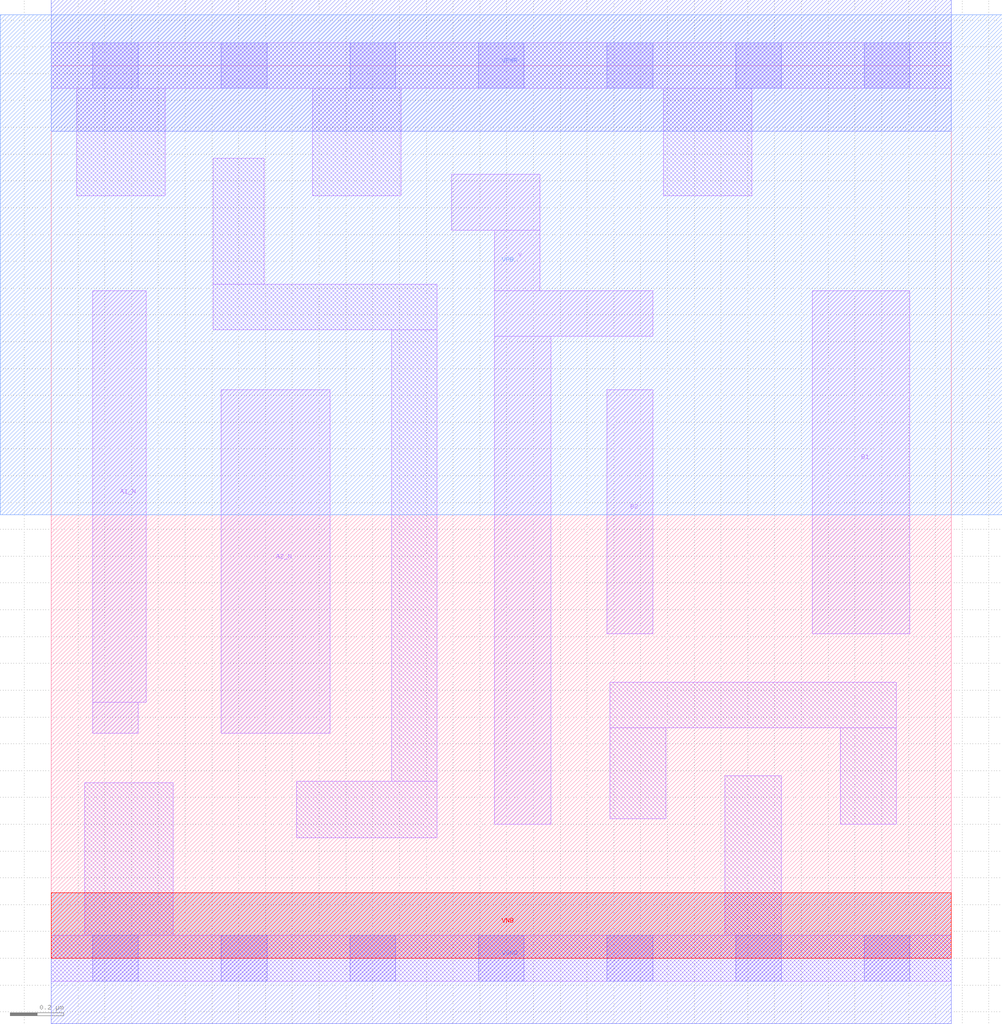
<source format=lef>
# Copyright 2020 The SkyWater PDK Authors
#
# Licensed under the Apache License, Version 2.0 (the "License");
# you may not use this file except in compliance with the License.
# You may obtain a copy of the License at
#
#     https://www.apache.org/licenses/LICENSE-2.0
#
# Unless required by applicable law or agreed to in writing, software
# distributed under the License is distributed on an "AS IS" BASIS,
# WITHOUT WARRANTIES OR CONDITIONS OF ANY KIND, either express or implied.
# See the License for the specific language governing permissions and
# limitations under the License.
#
# SPDX-License-Identifier: Apache-2.0

VERSION 5.7 ;
  NOWIREEXTENSIONATPIN ON ;
  DIVIDERCHAR "/" ;
  BUSBITCHARS "[]" ;
MACRO sky130_fd_sc_lp__o2bb2ai_m
  CLASS CORE ;
  FOREIGN sky130_fd_sc_lp__o2bb2ai_m ;
  ORIGIN  0.000000  0.000000 ;
  SIZE  3.360000 BY  3.330000 ;
  SYMMETRY X Y R90 ;
  SITE unit ;
  PIN A1_N
    ANTENNAGATEAREA  0.126000 ;
    DIRECTION INPUT ;
    USE SIGNAL ;
    PORT
      LAYER li1 ;
        RECT 0.155000 0.840000 0.325000 0.955000 ;
        RECT 0.155000 0.955000 0.355000 2.490000 ;
    END
  END A1_N
  PIN A2_N
    ANTENNAGATEAREA  0.126000 ;
    DIRECTION INPUT ;
    USE SIGNAL ;
    PORT
      LAYER li1 ;
        RECT 0.635000 0.840000 1.040000 2.120000 ;
    END
  END A2_N
  PIN B1
    ANTENNAGATEAREA  0.126000 ;
    DIRECTION INPUT ;
    USE SIGNAL ;
    PORT
      LAYER li1 ;
        RECT 2.840000 1.210000 3.205000 2.490000 ;
    END
  END B1
  PIN B2
    ANTENNAGATEAREA  0.126000 ;
    DIRECTION INPUT ;
    USE SIGNAL ;
    PORT
      LAYER li1 ;
        RECT 2.075000 1.210000 2.245000 2.120000 ;
    END
  END B2
  PIN Y
    ANTENNADIFFAREA  0.228900 ;
    DIRECTION OUTPUT ;
    USE SIGNAL ;
    PORT
      LAYER li1 ;
        RECT 1.495000 2.715000 1.825000 2.925000 ;
        RECT 1.655000 0.500000 1.865000 2.320000 ;
        RECT 1.655000 2.320000 2.245000 2.490000 ;
        RECT 1.655000 2.490000 1.825000 2.715000 ;
    END
  END Y
  PIN VGND
    DIRECTION INOUT ;
    USE GROUND ;
    PORT
      LAYER met1 ;
        RECT 0.000000 -0.245000 3.360000 0.245000 ;
    END
  END VGND
  PIN VNB
    DIRECTION INOUT ;
    USE GROUND ;
    PORT
      LAYER pwell ;
        RECT 0.000000 0.000000 3.360000 0.245000 ;
    END
  END VNB
  PIN VPB
    DIRECTION INOUT ;
    USE POWER ;
    PORT
      LAYER nwell ;
        RECT -0.190000 1.655000 3.550000 3.520000 ;
    END
  END VPB
  PIN VPWR
    DIRECTION INOUT ;
    USE POWER ;
    PORT
      LAYER met1 ;
        RECT 0.000000 3.085000 3.360000 3.575000 ;
    END
  END VPWR
  OBS
    LAYER li1 ;
      RECT 0.000000 -0.085000 3.360000 0.085000 ;
      RECT 0.000000  3.245000 3.360000 3.415000 ;
      RECT 0.095000  2.845000 0.425000 3.245000 ;
      RECT 0.125000  0.085000 0.455000 0.655000 ;
      RECT 0.605000  2.345000 1.440000 2.515000 ;
      RECT 0.605000  2.515000 0.795000 2.985000 ;
      RECT 0.915000  0.450000 1.440000 0.660000 ;
      RECT 0.975000  2.845000 1.305000 3.245000 ;
      RECT 1.270000  0.660000 1.440000 2.345000 ;
      RECT 2.085000  0.520000 2.295000 0.860000 ;
      RECT 2.085000  0.860000 3.155000 1.030000 ;
      RECT 2.285000  2.845000 2.615000 3.245000 ;
      RECT 2.515000  0.085000 2.725000 0.680000 ;
      RECT 2.945000  0.500000 3.155000 0.860000 ;
    LAYER mcon ;
      RECT 0.155000 -0.085000 0.325000 0.085000 ;
      RECT 0.155000  3.245000 0.325000 3.415000 ;
      RECT 0.635000 -0.085000 0.805000 0.085000 ;
      RECT 0.635000  3.245000 0.805000 3.415000 ;
      RECT 1.115000 -0.085000 1.285000 0.085000 ;
      RECT 1.115000  3.245000 1.285000 3.415000 ;
      RECT 1.595000 -0.085000 1.765000 0.085000 ;
      RECT 1.595000  3.245000 1.765000 3.415000 ;
      RECT 2.075000 -0.085000 2.245000 0.085000 ;
      RECT 2.075000  3.245000 2.245000 3.415000 ;
      RECT 2.555000 -0.085000 2.725000 0.085000 ;
      RECT 2.555000  3.245000 2.725000 3.415000 ;
      RECT 3.035000 -0.085000 3.205000 0.085000 ;
      RECT 3.035000  3.245000 3.205000 3.415000 ;
  END
END sky130_fd_sc_lp__o2bb2ai_m
END LIBRARY

</source>
